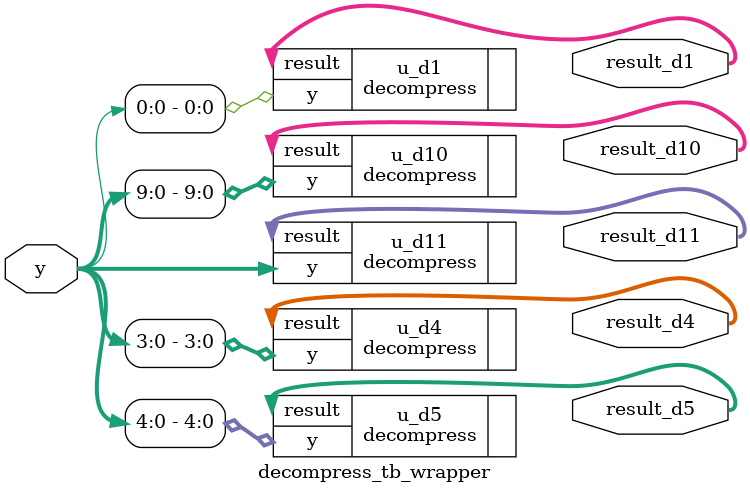
<source format=v>

module decompress_tb_wrapper (
    input  wire [10:0] y,
    output wire [11:0] result_d1,
    output wire [11:0] result_d4,
    output wire [11:0] result_d5,
    output wire [11:0] result_d10,
    output wire [11:0] result_d11
);

    decompress #(.D(1))  u_d1  (.y(y[0:0]),   .result(result_d1));
    decompress #(.D(4))  u_d4  (.y(y[3:0]),   .result(result_d4));
    decompress #(.D(5))  u_d5  (.y(y[4:0]),   .result(result_d5));
    decompress #(.D(10)) u_d10 (.y(y[9:0]),   .result(result_d10));
    decompress #(.D(11)) u_d11 (.y(y[10:0]),  .result(result_d11));

endmodule

</source>
